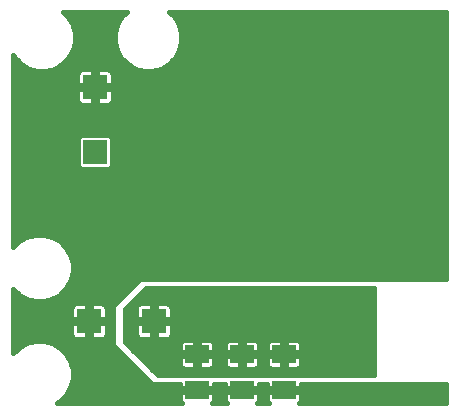
<source format=gbl>
G75*
%MOIN*%
%OFA0B0*%
%FSLAX24Y24*%
%IPPOS*%
%LPD*%
%AMOC8*
5,1,8,0,0,1.08239X$1,22.5*
%
%ADD10R,0.0787X0.0591*%
%ADD11R,0.0827X0.0827*%
%ADD12C,0.0160*%
%ADD13R,0.0650X0.0650*%
D10*
X009183Y001089D03*
X009183Y002271D03*
X010683Y002271D03*
X010683Y001089D03*
X012083Y001089D03*
X012083Y002271D03*
D11*
X007748Y003380D03*
X005583Y003380D03*
X005783Y009015D03*
X005783Y011180D03*
D12*
X003063Y004448D02*
X003063Y002312D01*
X003248Y002497D01*
X003501Y002643D01*
X003783Y002718D01*
X004076Y002718D01*
X004358Y002643D01*
X004611Y002497D01*
X004818Y002290D01*
X004964Y002037D01*
X005039Y001754D01*
X005039Y001462D01*
X004964Y001180D01*
X004818Y000927D01*
X004611Y000720D01*
X004507Y000660D01*
X008669Y000660D01*
X008645Y000684D01*
X008622Y000725D01*
X008609Y000770D01*
X008609Y001022D01*
X009115Y001022D01*
X009115Y001157D01*
X008609Y001157D01*
X008609Y001280D01*
X007683Y001280D01*
X006383Y002580D01*
X006383Y003880D01*
X007283Y004780D01*
X017473Y004780D01*
X017473Y013696D01*
X008262Y013696D01*
X008443Y013515D01*
X008589Y013262D01*
X008665Y012980D01*
X008665Y012687D01*
X008589Y012405D01*
X008443Y012152D01*
X008236Y011945D01*
X007983Y011799D01*
X007701Y011724D01*
X007409Y011724D01*
X007126Y011799D01*
X006873Y011945D01*
X006667Y012152D01*
X006520Y012405D01*
X006445Y012687D01*
X006445Y012980D01*
X006520Y013262D01*
X006667Y013515D01*
X006848Y013696D01*
X004719Y013696D01*
X004900Y013515D01*
X005046Y013262D01*
X005121Y012980D01*
X005121Y012687D01*
X005046Y012405D01*
X004900Y012152D01*
X004693Y011945D01*
X004440Y011799D01*
X004158Y011724D01*
X003865Y011724D01*
X003583Y011799D01*
X003330Y011945D01*
X003123Y012152D01*
X003063Y012256D01*
X003063Y005855D01*
X003248Y006040D01*
X003501Y006186D01*
X003783Y006262D01*
X004076Y006262D01*
X004358Y006186D01*
X004611Y006040D01*
X004818Y005833D01*
X004964Y005580D01*
X005039Y005298D01*
X005039Y005006D01*
X004964Y004723D01*
X004818Y004470D01*
X004611Y004263D01*
X004358Y004117D01*
X004076Y004042D01*
X003783Y004042D01*
X003501Y004117D01*
X003248Y004263D01*
X003063Y004448D01*
X003063Y004301D02*
X003211Y004301D01*
X003063Y004143D02*
X003458Y004143D01*
X003063Y003984D02*
X006487Y003984D01*
X006383Y003826D02*
X006174Y003826D01*
X006176Y003817D02*
X006164Y003863D01*
X006140Y003904D01*
X006107Y003937D01*
X006066Y003961D01*
X006020Y003973D01*
X005641Y003973D01*
X005641Y003438D01*
X005525Y003438D01*
X005525Y003322D01*
X004990Y003322D01*
X004990Y002943D01*
X005002Y002897D01*
X005026Y002856D01*
X005059Y002823D01*
X005100Y002799D01*
X005146Y002787D01*
X005525Y002787D01*
X005525Y003322D01*
X005641Y003322D01*
X005641Y002787D01*
X006020Y002787D01*
X006066Y002799D01*
X006107Y002823D01*
X006140Y002856D01*
X006164Y002897D01*
X006176Y002943D01*
X006176Y003322D01*
X005641Y003322D01*
X005641Y003438D01*
X006176Y003438D01*
X006176Y003817D01*
X006176Y003667D02*
X006383Y003667D01*
X006383Y003509D02*
X006176Y003509D01*
X006383Y003350D02*
X005641Y003350D01*
X005525Y003350D02*
X003063Y003350D01*
X003063Y003192D02*
X004990Y003192D01*
X004990Y003033D02*
X003063Y003033D01*
X003063Y002875D02*
X005015Y002875D01*
X005525Y002875D02*
X005641Y002875D01*
X005641Y003033D02*
X005525Y003033D01*
X005525Y003192D02*
X005641Y003192D01*
X005525Y003438D02*
X004990Y003438D01*
X004990Y003817D01*
X005002Y003863D01*
X005026Y003904D01*
X005059Y003937D01*
X005100Y003961D01*
X005146Y003973D01*
X005525Y003973D01*
X005525Y003438D01*
X005525Y003509D02*
X005641Y003509D01*
X005641Y003667D02*
X005525Y003667D01*
X005525Y003826D02*
X005641Y003826D01*
X006176Y003192D02*
X006383Y003192D01*
X006383Y003033D02*
X006176Y003033D01*
X006151Y002875D02*
X006383Y002875D01*
X006383Y002716D02*
X004084Y002716D01*
X003775Y002716D02*
X003063Y002716D01*
X003063Y002558D02*
X003354Y002558D01*
X003151Y002399D02*
X003063Y002399D01*
X003063Y003509D02*
X004990Y003509D01*
X004990Y003667D02*
X003063Y003667D01*
X003063Y003826D02*
X004992Y003826D01*
X004649Y004301D02*
X006804Y004301D01*
X006646Y004143D02*
X004401Y004143D01*
X004807Y004460D02*
X006963Y004460D01*
X007121Y004618D02*
X004903Y004618D01*
X004978Y004777D02*
X007280Y004777D01*
X007483Y004480D02*
X015083Y004480D01*
X015083Y001580D01*
X007883Y001580D01*
X006783Y002680D01*
X006783Y003780D01*
X007483Y004480D01*
X007463Y004460D02*
X015083Y004460D01*
X015083Y004301D02*
X007304Y004301D01*
X007146Y004143D02*
X015083Y004143D01*
X015083Y003984D02*
X006987Y003984D01*
X007167Y003863D02*
X007155Y003817D01*
X007155Y003438D01*
X007691Y003438D01*
X007691Y003973D01*
X007311Y003973D01*
X007266Y003961D01*
X007225Y003937D01*
X007191Y003904D01*
X007167Y003863D01*
X007157Y003826D02*
X006829Y003826D01*
X006783Y003667D02*
X007155Y003667D01*
X007155Y003509D02*
X006783Y003509D01*
X006783Y003350D02*
X007691Y003350D01*
X007691Y003322D02*
X007155Y003322D01*
X007155Y002943D01*
X007167Y002897D01*
X007191Y002856D01*
X007225Y002823D01*
X007266Y002799D01*
X007311Y002787D01*
X007691Y002787D01*
X007691Y003322D01*
X007806Y003322D01*
X007806Y002787D01*
X008186Y002787D01*
X008231Y002799D01*
X008272Y002823D01*
X008306Y002856D01*
X008330Y002897D01*
X008342Y002943D01*
X008342Y003322D01*
X007806Y003322D01*
X007806Y003438D01*
X007691Y003438D01*
X007691Y003322D01*
X007806Y003350D02*
X015083Y003350D01*
X015083Y003192D02*
X008342Y003192D01*
X008342Y003033D02*
X015083Y003033D01*
X015083Y002875D02*
X008316Y002875D01*
X008645Y002676D02*
X008622Y002635D01*
X008609Y002590D01*
X008609Y002338D01*
X009115Y002338D01*
X009115Y002203D01*
X008609Y002203D01*
X008609Y001952D01*
X008622Y001906D01*
X008645Y001865D01*
X008679Y001831D01*
X008720Y001808D01*
X008766Y001795D01*
X009115Y001795D01*
X009115Y002203D01*
X009251Y002203D01*
X009251Y002338D01*
X009757Y002338D01*
X009757Y002590D01*
X009745Y002635D01*
X009721Y002676D01*
X009687Y002710D01*
X009646Y002734D01*
X009600Y002746D01*
X009251Y002746D01*
X009251Y002338D01*
X009115Y002338D01*
X009115Y002746D01*
X008766Y002746D01*
X008720Y002734D01*
X008679Y002710D01*
X008645Y002676D01*
X008689Y002716D02*
X006783Y002716D01*
X006783Y002875D02*
X007180Y002875D01*
X007155Y003033D02*
X006783Y003033D01*
X006783Y003192D02*
X007155Y003192D01*
X007691Y003192D02*
X007806Y003192D01*
X007806Y003033D02*
X007691Y003033D01*
X007691Y002875D02*
X007806Y002875D01*
X007806Y003438D02*
X008342Y003438D01*
X008342Y003817D01*
X008330Y003863D01*
X008306Y003904D01*
X008272Y003937D01*
X008231Y003961D01*
X008186Y003973D01*
X007806Y003973D01*
X007806Y003438D01*
X007806Y003509D02*
X007691Y003509D01*
X007691Y003667D02*
X007806Y003667D01*
X007806Y003826D02*
X007691Y003826D01*
X008340Y003826D02*
X015083Y003826D01*
X015083Y003667D02*
X008342Y003667D01*
X008342Y003509D02*
X015083Y003509D01*
X015083Y002716D02*
X012577Y002716D01*
X012587Y002710D02*
X012546Y002734D01*
X012500Y002746D01*
X012151Y002746D01*
X012151Y002338D01*
X012657Y002338D01*
X012657Y002590D01*
X012645Y002635D01*
X012621Y002676D01*
X012587Y002710D01*
X012657Y002558D02*
X015083Y002558D01*
X015083Y002399D02*
X012657Y002399D01*
X012657Y002203D02*
X012657Y001952D01*
X012645Y001906D01*
X012621Y001865D01*
X012587Y001831D01*
X012546Y001808D01*
X012500Y001795D01*
X012151Y001795D01*
X012151Y002203D01*
X012151Y002338D01*
X012015Y002338D01*
X012015Y002203D01*
X011509Y002203D01*
X011509Y001952D01*
X011522Y001906D01*
X011545Y001865D01*
X011579Y001831D01*
X011620Y001808D01*
X011666Y001795D01*
X012015Y001795D01*
X012015Y002203D01*
X012151Y002203D01*
X012657Y002203D01*
X012657Y002082D02*
X015083Y002082D01*
X015083Y001924D02*
X012649Y001924D01*
X012151Y001924D02*
X012015Y001924D01*
X012015Y002082D02*
X012151Y002082D01*
X012151Y002241D02*
X015083Y002241D01*
X015083Y001765D02*
X007698Y001765D01*
X007540Y001924D02*
X008617Y001924D01*
X008609Y002082D02*
X007381Y002082D01*
X007223Y002241D02*
X009115Y002241D01*
X009251Y002241D02*
X010615Y002241D01*
X010615Y002203D02*
X010109Y002203D01*
X010109Y001952D01*
X010122Y001906D01*
X010145Y001865D01*
X010179Y001831D01*
X010220Y001808D01*
X010266Y001795D01*
X010615Y001795D01*
X010615Y002203D01*
X010615Y002338D01*
X010109Y002338D01*
X010109Y002590D01*
X010122Y002635D01*
X010145Y002676D01*
X010179Y002710D01*
X010220Y002734D01*
X010266Y002746D01*
X010615Y002746D01*
X010615Y002338D01*
X010751Y002338D01*
X011257Y002338D01*
X011257Y002590D01*
X011245Y002635D01*
X011221Y002676D01*
X011187Y002710D01*
X011146Y002734D01*
X011100Y002746D01*
X010751Y002746D01*
X010751Y002338D01*
X010751Y002203D01*
X011257Y002203D01*
X011257Y001952D01*
X011245Y001906D01*
X011221Y001865D01*
X011187Y001831D01*
X011146Y001808D01*
X011100Y001795D01*
X010751Y001795D01*
X010751Y002203D01*
X010615Y002203D01*
X010615Y002082D02*
X010751Y002082D01*
X010751Y001924D02*
X010615Y001924D01*
X010751Y002241D02*
X012015Y002241D01*
X012015Y002338D02*
X011509Y002338D01*
X011509Y002590D01*
X011522Y002635D01*
X011545Y002676D01*
X011579Y002710D01*
X011620Y002734D01*
X011666Y002746D01*
X012015Y002746D01*
X012015Y002338D01*
X012015Y002399D02*
X012151Y002399D01*
X012151Y002558D02*
X012015Y002558D01*
X012015Y002716D02*
X012151Y002716D01*
X011589Y002716D02*
X011177Y002716D01*
X011257Y002558D02*
X011509Y002558D01*
X011509Y002399D02*
X011257Y002399D01*
X011257Y002082D02*
X011509Y002082D01*
X011517Y001924D02*
X011249Y001924D01*
X010751Y002399D02*
X010615Y002399D01*
X010615Y002558D02*
X010751Y002558D01*
X010751Y002716D02*
X010615Y002716D01*
X010189Y002716D02*
X009677Y002716D01*
X009757Y002558D02*
X010109Y002558D01*
X010109Y002399D02*
X009757Y002399D01*
X009757Y002203D02*
X009757Y001952D01*
X009745Y001906D01*
X009721Y001865D01*
X009687Y001831D01*
X009646Y001808D01*
X009600Y001795D01*
X009251Y001795D01*
X009251Y002203D01*
X009757Y002203D01*
X009757Y002082D02*
X010109Y002082D01*
X010117Y001924D02*
X009749Y001924D01*
X009251Y001924D02*
X009115Y001924D01*
X009115Y002082D02*
X009251Y002082D01*
X009251Y002399D02*
X009115Y002399D01*
X009115Y002558D02*
X009251Y002558D01*
X009251Y002716D02*
X009115Y002716D01*
X008609Y002558D02*
X006906Y002558D01*
X007064Y002399D02*
X008609Y002399D01*
X007857Y001607D02*
X015083Y001607D01*
X017473Y001280D02*
X017473Y000660D01*
X012597Y000660D01*
X012621Y000684D01*
X012645Y000725D01*
X012657Y000770D01*
X012657Y001022D01*
X012151Y001022D01*
X012151Y001157D01*
X012657Y001157D01*
X012657Y001280D01*
X017473Y001280D01*
X017473Y001131D02*
X012151Y001131D01*
X012015Y001131D02*
X010751Y001131D01*
X010751Y001157D02*
X011257Y001157D01*
X011257Y001280D01*
X011509Y001280D01*
X011509Y001157D01*
X012015Y001157D01*
X012015Y001022D01*
X011509Y001022D01*
X011509Y000770D01*
X011522Y000725D01*
X011545Y000684D01*
X011569Y000660D01*
X011197Y000660D01*
X011221Y000684D01*
X011245Y000725D01*
X011257Y000770D01*
X011257Y001022D01*
X010751Y001022D01*
X010751Y001157D01*
X010615Y001157D02*
X010615Y001022D01*
X010109Y001022D01*
X010109Y000770D01*
X010122Y000725D01*
X010145Y000684D01*
X010169Y000660D01*
X009697Y000660D01*
X009721Y000684D01*
X009745Y000725D01*
X009757Y000770D01*
X009757Y001022D01*
X009251Y001022D01*
X009251Y001157D01*
X009757Y001157D01*
X009757Y001280D01*
X010109Y001280D01*
X010109Y001157D01*
X010615Y001157D01*
X010615Y001131D02*
X009251Y001131D01*
X009115Y001131D02*
X004936Y001131D01*
X004993Y001290D02*
X007674Y001290D01*
X007515Y001448D02*
X005036Y001448D01*
X005039Y001607D02*
X007357Y001607D01*
X007198Y001765D02*
X005037Y001765D01*
X004994Y001924D02*
X007040Y001924D01*
X006881Y002082D02*
X004938Y002082D01*
X004846Y002241D02*
X006723Y002241D01*
X006564Y002399D02*
X004709Y002399D01*
X004505Y002558D02*
X006406Y002558D01*
X004844Y000973D02*
X008609Y000973D01*
X008609Y000814D02*
X004705Y000814D01*
X005021Y004935D02*
X017473Y004935D01*
X017473Y005094D02*
X005039Y005094D01*
X005039Y005252D02*
X017473Y005252D01*
X017473Y005411D02*
X005009Y005411D01*
X004967Y005569D02*
X017473Y005569D01*
X017473Y005728D02*
X004879Y005728D01*
X004765Y005886D02*
X017473Y005886D01*
X017473Y006045D02*
X004603Y006045D01*
X004294Y006203D02*
X017473Y006203D01*
X017473Y006362D02*
X003063Y006362D01*
X003063Y006520D02*
X017473Y006520D01*
X017473Y006679D02*
X003063Y006679D01*
X003063Y006837D02*
X017473Y006837D01*
X017473Y006996D02*
X003063Y006996D01*
X003063Y007154D02*
X017473Y007154D01*
X017473Y007313D02*
X003063Y007313D01*
X003063Y007471D02*
X017473Y007471D01*
X017473Y007630D02*
X003063Y007630D01*
X003063Y007788D02*
X017473Y007788D01*
X017473Y007947D02*
X003063Y007947D01*
X003063Y008105D02*
X017473Y008105D01*
X017473Y008264D02*
X003063Y008264D01*
X003063Y008422D02*
X017473Y008422D01*
X017473Y008581D02*
X006356Y008581D01*
X006356Y008535D02*
X006356Y009494D01*
X006263Y009588D01*
X005303Y009588D01*
X005210Y009494D01*
X005210Y008535D01*
X005303Y008441D01*
X006263Y008441D01*
X006356Y008535D01*
X006356Y008739D02*
X017473Y008739D01*
X017473Y008898D02*
X006356Y008898D01*
X006356Y009056D02*
X017473Y009056D01*
X017473Y009215D02*
X006356Y009215D01*
X006356Y009373D02*
X017473Y009373D01*
X017473Y009532D02*
X006319Y009532D01*
X005247Y009532D02*
X003063Y009532D01*
X003063Y009690D02*
X017473Y009690D01*
X017473Y009849D02*
X003063Y009849D01*
X003063Y010007D02*
X017473Y010007D01*
X017473Y010166D02*
X003063Y010166D01*
X003063Y010324D02*
X017473Y010324D01*
X017473Y010483D02*
X003063Y010483D01*
X003063Y010641D02*
X005241Y010641D01*
X005226Y010656D02*
X005259Y010623D01*
X005300Y010599D01*
X005346Y010587D01*
X005725Y010587D01*
X005725Y011122D01*
X005190Y011122D01*
X005190Y010743D01*
X005202Y010697D01*
X005226Y010656D01*
X005190Y010800D02*
X003063Y010800D01*
X003063Y010958D02*
X005190Y010958D01*
X005190Y011117D02*
X003063Y011117D01*
X003063Y011275D02*
X005190Y011275D01*
X005190Y011238D02*
X005725Y011238D01*
X005725Y011122D01*
X005841Y011122D01*
X005841Y010587D01*
X006220Y010587D01*
X006266Y010599D01*
X006307Y010623D01*
X006340Y010656D01*
X006364Y010697D01*
X006376Y010743D01*
X006376Y011122D01*
X005841Y011122D01*
X005841Y011238D01*
X005725Y011238D01*
X005725Y011773D01*
X005346Y011773D01*
X005300Y011761D01*
X005259Y011737D01*
X005226Y011704D01*
X005202Y011663D01*
X005190Y011617D01*
X005190Y011238D01*
X005190Y011434D02*
X003063Y011434D01*
X003063Y011592D02*
X005190Y011592D01*
X005282Y011751D02*
X004258Y011751D01*
X004630Y011909D02*
X006936Y011909D01*
X006751Y012068D02*
X004815Y012068D01*
X004942Y012226D02*
X006624Y012226D01*
X006532Y012385D02*
X005034Y012385D01*
X005083Y012543D02*
X006483Y012543D01*
X006445Y012702D02*
X005121Y012702D01*
X005121Y012860D02*
X006445Y012860D01*
X006455Y013019D02*
X005111Y013019D01*
X005068Y013177D02*
X006498Y013177D01*
X006563Y013336D02*
X005003Y013336D01*
X004912Y013494D02*
X006654Y013494D01*
X006804Y013653D02*
X004762Y013653D01*
X003081Y012226D02*
X003063Y012226D01*
X003063Y012068D02*
X003208Y012068D01*
X003063Y011909D02*
X003393Y011909D01*
X003063Y011751D02*
X003765Y011751D01*
X005725Y011751D02*
X005841Y011751D01*
X005841Y011773D02*
X005841Y011238D01*
X006376Y011238D01*
X006376Y011617D01*
X006364Y011663D01*
X006340Y011704D01*
X006307Y011737D01*
X006266Y011761D01*
X006220Y011773D01*
X005841Y011773D01*
X005841Y011592D02*
X005725Y011592D01*
X005725Y011434D02*
X005841Y011434D01*
X005841Y011275D02*
X005725Y011275D01*
X005725Y011117D02*
X005841Y011117D01*
X005841Y010958D02*
X005725Y010958D01*
X005725Y010800D02*
X005841Y010800D01*
X005841Y010641D02*
X005725Y010641D01*
X006325Y010641D02*
X017473Y010641D01*
X017473Y010800D02*
X006376Y010800D01*
X006376Y010958D02*
X017473Y010958D01*
X017473Y011117D02*
X006376Y011117D01*
X006376Y011275D02*
X017473Y011275D01*
X017473Y011434D02*
X006376Y011434D01*
X006376Y011592D02*
X017473Y011592D01*
X017473Y011751D02*
X007801Y011751D01*
X008173Y011909D02*
X017473Y011909D01*
X017473Y012068D02*
X008358Y012068D01*
X008486Y012226D02*
X017473Y012226D01*
X017473Y012385D02*
X008577Y012385D01*
X008626Y012543D02*
X017473Y012543D01*
X017473Y012702D02*
X008665Y012702D01*
X008665Y012860D02*
X017473Y012860D01*
X017473Y013019D02*
X008654Y013019D01*
X008612Y013177D02*
X017473Y013177D01*
X017473Y013336D02*
X008547Y013336D01*
X008455Y013494D02*
X017473Y013494D01*
X017473Y013653D02*
X008305Y013653D01*
X007308Y011751D02*
X006284Y011751D01*
X005210Y009373D02*
X003063Y009373D01*
X003063Y009215D02*
X005210Y009215D01*
X005210Y009056D02*
X003063Y009056D01*
X003063Y008898D02*
X005210Y008898D01*
X005210Y008739D02*
X003063Y008739D01*
X003063Y008581D02*
X005210Y008581D01*
X003565Y006203D02*
X003063Y006203D01*
X003063Y006045D02*
X003256Y006045D01*
X003094Y005886D02*
X003063Y005886D01*
X009757Y000973D02*
X010109Y000973D01*
X010109Y000814D02*
X009757Y000814D01*
X011257Y000814D02*
X011509Y000814D01*
X011509Y000973D02*
X011257Y000973D01*
X012657Y000973D02*
X017473Y000973D01*
X017473Y000814D02*
X012657Y000814D01*
D13*
X014383Y000980D03*
X013383Y003180D03*
X014683Y012180D03*
X016383Y012180D03*
M02*

</source>
